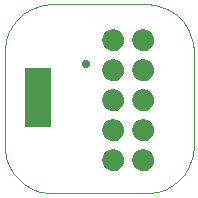
<source format=gts>
G04 Layer_Color=8388736*
%FSLAX25Y25*%
%MOIN*%
G70*
G01*
G75*
%ADD12C,0.00050*%
%ADD19C,0.00000*%
%ADD20R,0.08800X0.01981*%
%ADD21C,0.07244*%
%ADD22C,0.02894*%
D12*
X62992Y47244D02*
X62961Y48233D01*
X62868Y49218D01*
X62713Y50195D01*
X62497Y51161D01*
X62221Y52110D01*
X61886Y53041D01*
X61493Y53949D01*
X61044Y54831D01*
X60541Y55682D01*
X59984Y56501D01*
X59378Y57282D01*
X58724Y58024D01*
X58024Y58724D01*
X57282Y59378D01*
X56501Y59984D01*
X55682Y60541D01*
X54831Y61044D01*
X53949Y61493D01*
X53041Y61886D01*
X52110Y62221D01*
X51161Y62497D01*
X50195Y62713D01*
X49218Y62868D01*
X48233Y62961D01*
X47244Y62992D01*
X47244Y0D02*
X48233Y31D01*
X49218Y124D01*
X50195Y279D01*
X51161Y495D01*
X52110Y771D01*
X53041Y1106D01*
X53949Y1499D01*
X54831Y1948D01*
X55682Y2451D01*
X56501Y3008D01*
X57282Y3614D01*
X58024Y4268D01*
X58724Y4968D01*
X59378Y5710D01*
X59984Y6492D01*
X60541Y7310D01*
X61044Y8161D01*
X61493Y9043D01*
X61886Y9951D01*
X62221Y10882D01*
X62497Y11832D01*
X62713Y12797D01*
X62868Y13774D01*
X62961Y14759D01*
X62992Y15748D01*
X15748Y62992D02*
X14759Y62961D01*
X13774Y62868D01*
X12797Y62713D01*
X11832Y62497D01*
X10882Y62221D01*
X9951Y61886D01*
X9043Y61493D01*
X8161Y61044D01*
X7310Y60541D01*
X6492Y59984D01*
X5710Y59378D01*
X4968Y58724D01*
X4268Y58024D01*
X3614Y57282D01*
X3008Y56501D01*
X2451Y55682D01*
X1948Y54831D01*
X1499Y53949D01*
X1106Y53041D01*
X771Y52110D01*
X495Y51160D01*
X279Y50195D01*
X124Y49218D01*
X31Y48233D01*
X0Y47244D01*
Y15748D02*
X31Y14759D01*
X124Y13774D01*
X279Y12797D01*
X495Y11832D01*
X771Y10882D01*
X1106Y9951D01*
X1499Y9043D01*
X1948Y8161D01*
X2451Y7310D01*
X3008Y6492D01*
X3614Y5710D01*
X4268Y4968D01*
X4968Y4268D01*
X5710Y3614D01*
X6492Y3008D01*
X7310Y2451D01*
X8161Y1948D01*
X9043Y1499D01*
X9951Y1106D01*
X10882Y771D01*
X11832Y495D01*
X12797Y279D01*
X13774Y124D01*
X14759Y31D01*
X15748Y0D01*
X15748D02*
X47244D01*
X0Y15748D02*
Y47244D01*
X15748Y62992D02*
X47244D01*
X62992Y15748D02*
Y47244D01*
D19*
X39390Y51000D02*
X39239Y51999D01*
X38801Y52910D01*
X38114Y53650D01*
X37238Y54156D01*
X36253Y54381D01*
X35246Y54305D01*
X34305Y53936D01*
X33515Y53306D01*
X32946Y52471D01*
X32648Y51505D01*
Y50495D01*
X32946Y49529D01*
X33515Y48694D01*
X34305Y48064D01*
X35246Y47695D01*
X36253Y47620D01*
X37238Y47844D01*
X38114Y48350D01*
X38801Y49090D01*
X39239Y50001D01*
X39390Y51000D01*
X49390D02*
X49239Y51999D01*
X48801Y52910D01*
X48114Y53650D01*
X47238Y54156D01*
X46253Y54381D01*
X45246Y54305D01*
X44305Y53936D01*
X43515Y53306D01*
X42946Y52471D01*
X42648Y51505D01*
Y50495D01*
X42946Y49529D01*
X43515Y48694D01*
X44305Y48064D01*
X45246Y47695D01*
X46253Y47620D01*
X47238Y47844D01*
X48114Y48350D01*
X48801Y49090D01*
X49239Y50001D01*
X49390Y51000D01*
X39390Y41000D02*
X39239Y41999D01*
X38801Y42910D01*
X38114Y43650D01*
X37238Y44156D01*
X36253Y44381D01*
X35246Y44305D01*
X34305Y43936D01*
X33515Y43306D01*
X32946Y42471D01*
X32648Y41505D01*
Y40495D01*
X32946Y39529D01*
X33515Y38694D01*
X34305Y38064D01*
X35246Y37695D01*
X36253Y37620D01*
X37238Y37844D01*
X38114Y38350D01*
X38801Y39090D01*
X39239Y40001D01*
X39390Y41000D01*
X49390D02*
X49239Y41999D01*
X48801Y42910D01*
X48114Y43650D01*
X47238Y44156D01*
X46253Y44381D01*
X45246Y44305D01*
X44305Y43936D01*
X43515Y43306D01*
X42946Y42471D01*
X42648Y41505D01*
Y40495D01*
X42946Y39529D01*
X43515Y38694D01*
X44305Y38064D01*
X45246Y37695D01*
X46253Y37620D01*
X47238Y37844D01*
X48114Y38350D01*
X48801Y39090D01*
X49239Y40001D01*
X49390Y41000D01*
X39390Y31000D02*
X39239Y31999D01*
X38801Y32910D01*
X38114Y33650D01*
X37238Y34156D01*
X36253Y34380D01*
X35246Y34305D01*
X34305Y33936D01*
X33515Y33306D01*
X32946Y32471D01*
X32648Y31505D01*
Y30495D01*
X32946Y29529D01*
X33515Y28694D01*
X34305Y28064D01*
X35246Y27695D01*
X36253Y27619D01*
X37238Y27844D01*
X38114Y28350D01*
X38801Y29090D01*
X39239Y30001D01*
X39390Y31000D01*
X49390D02*
X49239Y31999D01*
X48801Y32910D01*
X48114Y33650D01*
X47238Y34156D01*
X46253Y34380D01*
X45246Y34305D01*
X44305Y33936D01*
X43515Y33306D01*
X42946Y32471D01*
X42648Y31505D01*
Y30495D01*
X42946Y29529D01*
X43515Y28694D01*
X44305Y28064D01*
X45246Y27695D01*
X46253Y27619D01*
X47238Y27844D01*
X48114Y28350D01*
X48801Y29090D01*
X49239Y30001D01*
X49390Y31000D01*
X39390Y21000D02*
X39239Y21999D01*
X38801Y22910D01*
X38114Y23650D01*
X37238Y24156D01*
X36253Y24381D01*
X35246Y24305D01*
X34305Y23936D01*
X33515Y23306D01*
X32946Y22471D01*
X32648Y21505D01*
Y20495D01*
X32946Y19529D01*
X33515Y18694D01*
X34305Y18064D01*
X35246Y17695D01*
X36253Y17619D01*
X37238Y17844D01*
X38114Y18350D01*
X38801Y19090D01*
X39239Y20001D01*
X39390Y21000D01*
X49390D02*
X49239Y21999D01*
X48801Y22910D01*
X48114Y23650D01*
X47238Y24156D01*
X46253Y24381D01*
X45246Y24305D01*
X44305Y23936D01*
X43515Y23306D01*
X42946Y22471D01*
X42648Y21505D01*
Y20495D01*
X42946Y19529D01*
X43515Y18694D01*
X44305Y18064D01*
X45246Y17695D01*
X46253Y17619D01*
X47238Y17844D01*
X48114Y18350D01*
X48801Y19090D01*
X49239Y20001D01*
X49390Y21000D01*
X39390Y11000D02*
X39239Y11999D01*
X38801Y12910D01*
X38114Y13650D01*
X37238Y14156D01*
X36253Y14380D01*
X35246Y14305D01*
X34305Y13936D01*
X33515Y13306D01*
X32946Y12471D01*
X32648Y11505D01*
Y10495D01*
X32946Y9529D01*
X33515Y8694D01*
X34305Y8064D01*
X35246Y7695D01*
X36253Y7620D01*
X37238Y7844D01*
X38114Y8350D01*
X38801Y9090D01*
X39239Y10001D01*
X39390Y11000D01*
X49390D02*
X49239Y11999D01*
X48801Y12910D01*
X48114Y13650D01*
X47238Y14156D01*
X46253Y14380D01*
X45246Y14305D01*
X44305Y13936D01*
X43515Y13306D01*
X42946Y12471D01*
X42648Y11505D01*
Y10495D01*
X42946Y9529D01*
X43515Y8694D01*
X44305Y8064D01*
X45246Y7695D01*
X46253Y7620D01*
X47238Y7844D01*
X48114Y8350D01*
X48801Y9090D01*
X49239Y10001D01*
X49390Y11000D01*
D20*
X11000Y40737D02*
D03*
Y38769D02*
D03*
Y36800D02*
D03*
Y34832D02*
D03*
Y32863D02*
D03*
Y30894D02*
D03*
Y23094D02*
D03*
Y25063D02*
D03*
Y27032D02*
D03*
Y29000D02*
D03*
D21*
X36000Y51000D02*
D03*
X46000D02*
D03*
X36000Y41000D02*
D03*
X46000D02*
D03*
X36000Y31000D02*
D03*
X46000D02*
D03*
X36000Y21000D02*
D03*
X46000D02*
D03*
X36000Y11000D02*
D03*
X46000D02*
D03*
D22*
X27000Y43000D02*
D03*
M02*

</source>
